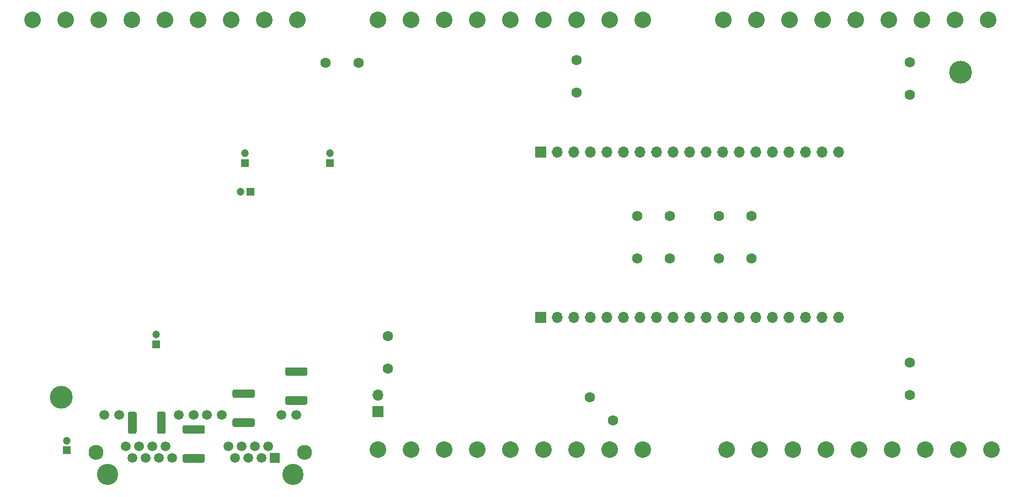
<source format=gbs>
%TF.GenerationSoftware,KiCad,Pcbnew,(5.1.12)-1*%
%TF.CreationDate,2023-04-30T22:07:06+02:00*%
%TF.ProjectId,roomcontroller,726f6f6d-636f-46e7-9472-6f6c6c65722e,rev?*%
%TF.SameCoordinates,Original*%
%TF.FileFunction,Soldermask,Bot*%
%TF.FilePolarity,Negative*%
%FSLAX46Y46*%
G04 Gerber Fmt 4.6, Leading zero omitted, Abs format (unit mm)*
G04 Created by KiCad (PCBNEW (5.1.12)-1) date 2023-04-30 22:07:06*
%MOMM*%
%LPD*%
G01*
G04 APERTURE LIST*
%ADD10O,1.700000X1.700000*%
%ADD11R,1.700000X1.700000*%
%ADD12C,1.600000*%
%ADD13C,2.540000*%
%ADD14C,3.500000*%
%ADD15C,1.200000*%
%ADD16R,1.200000X1.200000*%
%ADD17C,1.500000*%
%ADD18C,2.300000*%
%ADD19C,3.250000*%
%ADD20R,1.500000X1.500000*%
G04 APERTURE END LIST*
%TO.C,R34*%
G36*
G01*
X52850000Y-102175000D02*
X55750000Y-102175000D01*
G75*
G02*
X56000000Y-102425000I0J-250000D01*
G01*
X56000000Y-103225000D01*
G75*
G02*
X55750000Y-103475000I-250000J0D01*
G01*
X52850000Y-103475000D01*
G75*
G02*
X52600000Y-103225000I0J250000D01*
G01*
X52600000Y-102425000D01*
G75*
G02*
X52850000Y-102175000I250000J0D01*
G01*
G37*
G36*
G01*
X52850000Y-97725000D02*
X55750000Y-97725000D01*
G75*
G02*
X56000000Y-97975000I0J-250000D01*
G01*
X56000000Y-98775000D01*
G75*
G02*
X55750000Y-99025000I-250000J0D01*
G01*
X52850000Y-99025000D01*
G75*
G02*
X52600000Y-98775000I0J250000D01*
G01*
X52600000Y-97975000D01*
G75*
G02*
X52850000Y-97725000I250000J0D01*
G01*
G37*
%TD*%
%TO.C,R33*%
G36*
G01*
X71500000Y-90125000D02*
X68600000Y-90125000D01*
G75*
G02*
X68350000Y-89875000I0J250000D01*
G01*
X68350000Y-89075000D01*
G75*
G02*
X68600000Y-88825000I250000J0D01*
G01*
X71500000Y-88825000D01*
G75*
G02*
X71750000Y-89075000I0J-250000D01*
G01*
X71750000Y-89875000D01*
G75*
G02*
X71500000Y-90125000I-250000J0D01*
G01*
G37*
G36*
G01*
X71500000Y-94575000D02*
X68600000Y-94575000D01*
G75*
G02*
X68350000Y-94325000I0J250000D01*
G01*
X68350000Y-93525000D01*
G75*
G02*
X68600000Y-93275000I250000J0D01*
G01*
X71500000Y-93275000D01*
G75*
G02*
X71750000Y-93525000I0J-250000D01*
G01*
X71750000Y-94325000D01*
G75*
G02*
X71500000Y-94575000I-250000J0D01*
G01*
G37*
%TD*%
%TO.C,R32*%
G36*
G01*
X48675000Y-98800000D02*
X48675000Y-95900000D01*
G75*
G02*
X48925000Y-95650000I250000J0D01*
G01*
X49725000Y-95650000D01*
G75*
G02*
X49975000Y-95900000I0J-250000D01*
G01*
X49975000Y-98800000D01*
G75*
G02*
X49725000Y-99050000I-250000J0D01*
G01*
X48925000Y-99050000D01*
G75*
G02*
X48675000Y-98800000I0J250000D01*
G01*
G37*
G36*
G01*
X44225000Y-98800000D02*
X44225000Y-95900000D01*
G75*
G02*
X44475000Y-95650000I250000J0D01*
G01*
X45275000Y-95650000D01*
G75*
G02*
X45525000Y-95900000I0J-250000D01*
G01*
X45525000Y-98800000D01*
G75*
G02*
X45275000Y-99050000I-250000J0D01*
G01*
X44475000Y-99050000D01*
G75*
G02*
X44225000Y-98800000I0J250000D01*
G01*
G37*
%TD*%
%TO.C,R31*%
G36*
G01*
X60500000Y-96675000D02*
X63400000Y-96675000D01*
G75*
G02*
X63650000Y-96925000I0J-250000D01*
G01*
X63650000Y-97725000D01*
G75*
G02*
X63400000Y-97975000I-250000J0D01*
G01*
X60500000Y-97975000D01*
G75*
G02*
X60250000Y-97725000I0J250000D01*
G01*
X60250000Y-96925000D01*
G75*
G02*
X60500000Y-96675000I250000J0D01*
G01*
G37*
G36*
G01*
X60500000Y-92225000D02*
X63400000Y-92225000D01*
G75*
G02*
X63650000Y-92475000I0J-250000D01*
G01*
X63650000Y-93275000D01*
G75*
G02*
X63400000Y-93525000I-250000J0D01*
G01*
X60500000Y-93525000D01*
G75*
G02*
X60250000Y-93275000I0J250000D01*
G01*
X60250000Y-92475000D01*
G75*
G02*
X60500000Y-92225000I250000J0D01*
G01*
G37*
%TD*%
D10*
%TO.C,ESP1*%
X112620000Y-55750000D03*
X115160000Y-55750000D03*
D11*
X107540000Y-55750000D03*
D10*
X120240000Y-55750000D03*
X127860000Y-55750000D03*
X110080000Y-55750000D03*
X117700000Y-55750000D03*
X122780000Y-55750000D03*
X130400000Y-55750000D03*
X125320000Y-55750000D03*
X140560000Y-55750000D03*
X132940000Y-55750000D03*
X150720000Y-55750000D03*
X135480000Y-55750000D03*
X153260000Y-55750000D03*
X143100000Y-55750000D03*
X138020000Y-55750000D03*
X145640000Y-55750000D03*
X148180000Y-55750000D03*
X112620000Y-81150000D03*
X115160000Y-81150000D03*
D11*
X107540000Y-81150000D03*
D10*
X120240000Y-81150000D03*
X127860000Y-81150000D03*
X110080000Y-81150000D03*
X117700000Y-81150000D03*
X122780000Y-81150000D03*
X130400000Y-81150000D03*
X125320000Y-81150000D03*
X140560000Y-81150000D03*
X132940000Y-81150000D03*
X150720000Y-81150000D03*
X135480000Y-81150000D03*
X153260000Y-81150000D03*
X143100000Y-81150000D03*
X138020000Y-81150000D03*
X145640000Y-81150000D03*
X148180000Y-81150000D03*
%TD*%
D12*
%TO.C,C16*%
X115064466Y-93464466D03*
X118600000Y-97000000D03*
%TD*%
%TO.C,C15*%
X164170000Y-93120000D03*
X164170000Y-88120000D03*
%TD*%
%TO.C,C13*%
X113070000Y-41610000D03*
X113070000Y-46610000D03*
%TD*%
D13*
%TO.C,J6*%
X176720000Y-101450000D03*
X171640000Y-101450000D03*
X166560000Y-101450000D03*
X161480000Y-101450000D03*
X156400000Y-101450000D03*
X151320000Y-101450000D03*
X146240000Y-101450000D03*
X141160000Y-101450000D03*
X136080000Y-101450000D03*
%TD*%
%TO.C,J5*%
X123220000Y-101450000D03*
X118140000Y-101450000D03*
X113060000Y-101450000D03*
X107980000Y-101450000D03*
X102900000Y-101450000D03*
X97820000Y-101450000D03*
X92740000Y-101450000D03*
X87660000Y-101450000D03*
X82580000Y-101450000D03*
%TD*%
%TO.C,J2*%
X135580000Y-35450000D03*
X140660000Y-35450000D03*
X145740000Y-35450000D03*
X150820000Y-35450000D03*
X155900000Y-35450000D03*
X160980000Y-35450000D03*
X166060000Y-35450000D03*
X171140000Y-35450000D03*
X176220000Y-35450000D03*
%TD*%
%TO.C,J4*%
X107980000Y-35450000D03*
X113060000Y-35450000D03*
X118140000Y-35450000D03*
X123220000Y-35450000D03*
X82580000Y-35450000D03*
X87660000Y-35450000D03*
X92740000Y-35450000D03*
X97820000Y-35450000D03*
X102900000Y-35450000D03*
%TD*%
%TO.C,J3*%
X54980000Y-35450000D03*
X60060000Y-35450000D03*
X65140000Y-35450000D03*
X70220000Y-35450000D03*
X29580000Y-35450000D03*
X34660000Y-35450000D03*
X39740000Y-35450000D03*
X44820000Y-35450000D03*
X49900000Y-35450000D03*
%TD*%
D14*
%TO.C,H1*%
X171960000Y-43450000D03*
%TD*%
%TO.C,H2*%
X33960000Y-93450000D03*
%TD*%
D15*
%TO.C,C2*%
X48500000Y-83800000D03*
D16*
X48500000Y-85300000D03*
%TD*%
D15*
%TO.C,C17*%
X34800000Y-100100000D03*
D16*
X34800000Y-101600000D03*
%TD*%
D15*
%TO.C,C6*%
X61500000Y-61840000D03*
D16*
X63000000Y-61840000D03*
%TD*%
D15*
%TO.C,C5*%
X75240000Y-55920000D03*
D16*
X75240000Y-57420000D03*
%TD*%
D15*
%TO.C,C3*%
X62200000Y-55940000D03*
D16*
X62200000Y-57440000D03*
%TD*%
D12*
%TO.C,C14*%
X164170000Y-41950000D03*
X164170000Y-46950000D03*
%TD*%
%TO.C,C12*%
X84100000Y-84000000D03*
X84100000Y-89000000D03*
%TD*%
%TO.C,C11*%
X74560000Y-42010000D03*
X79560000Y-42010000D03*
%TD*%
%TO.C,C10*%
X139860000Y-72080000D03*
X134860000Y-72080000D03*
%TD*%
%TO.C,C9*%
X139860000Y-65580000D03*
X134860000Y-65580000D03*
%TD*%
%TO.C,C8*%
X122360000Y-72080000D03*
X127360000Y-72080000D03*
%TD*%
%TO.C,C7*%
X127360000Y-65580000D03*
X122360000Y-65580000D03*
%TD*%
D10*
%TO.C,120R_enable1*%
X82530000Y-93070000D03*
D11*
X82530000Y-95610000D03*
%TD*%
D17*
%TO.C,J1*%
X44904000Y-102770000D03*
X45920000Y-100990000D03*
X46936000Y-102770000D03*
X47952000Y-100990000D03*
X43888000Y-100990000D03*
X51000000Y-102770000D03*
X49984000Y-100990000D03*
X48968000Y-102770000D03*
X54300000Y-96170000D03*
X40580000Y-96170000D03*
X42870000Y-96170000D03*
X52010000Y-96170000D03*
X56330000Y-96170000D03*
X58620000Y-96170000D03*
X67760000Y-96170000D03*
X70050000Y-96170000D03*
D18*
X71320000Y-101880000D03*
X39320000Y-101880000D03*
D19*
X41090000Y-105310000D03*
X69540000Y-105310000D03*
D17*
X59638000Y-100990000D03*
X61670000Y-100990000D03*
X63702000Y-100990000D03*
X65734000Y-100990000D03*
X60654000Y-102770000D03*
X62686000Y-102770000D03*
X64718000Y-102770000D03*
D20*
X66750000Y-102770000D03*
%TD*%
M02*

</source>
